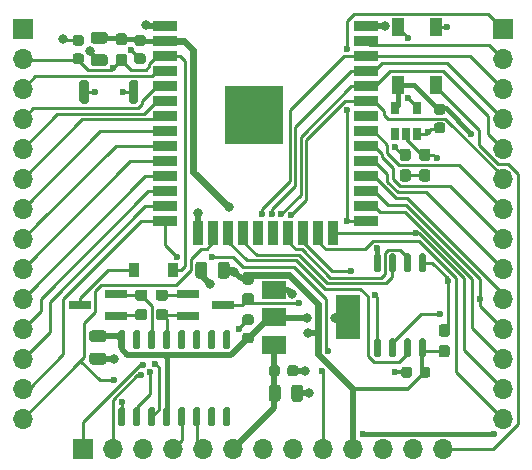
<source format=gbr>
G04 #@! TF.GenerationSoftware,KiCad,Pcbnew,(5.1.8)-1*
G04 #@! TF.CreationDate,2021-08-04T08:43:16+02:00*
G04 #@! TF.ProjectId,SuperPower-uC-KiCad,53757065-7250-46f7-9765-722d75432d4b,rev?*
G04 #@! TF.SameCoordinates,Original*
G04 #@! TF.FileFunction,Copper,L1,Top*
G04 #@! TF.FilePolarity,Positive*
%FSLAX46Y46*%
G04 Gerber Fmt 4.6, Leading zero omitted, Abs format (unit mm)*
G04 Created by KiCad (PCBNEW (5.1.8)-1) date 2021-08-04 08:43:16*
%MOMM*%
%LPD*%
G01*
G04 APERTURE LIST*
G04 #@! TA.AperFunction,SMDPad,CuDef*
%ADD10R,0.650000X1.060000*%
G04 #@! TD*
G04 #@! TA.AperFunction,SMDPad,CuDef*
%ADD11R,1.000000X1.500000*%
G04 #@! TD*
G04 #@! TA.AperFunction,ComponentPad*
%ADD12O,1.700000X1.700000*%
G04 #@! TD*
G04 #@! TA.AperFunction,ComponentPad*
%ADD13R,1.700000X1.700000*%
G04 #@! TD*
G04 #@! TA.AperFunction,SMDPad,CuDef*
%ADD14R,2.000000X0.900000*%
G04 #@! TD*
G04 #@! TA.AperFunction,SMDPad,CuDef*
%ADD15R,0.900000X2.000000*%
G04 #@! TD*
G04 #@! TA.AperFunction,SMDPad,CuDef*
%ADD16R,5.000000X5.000000*%
G04 #@! TD*
G04 #@! TA.AperFunction,SMDPad,CuDef*
%ADD17R,2.000000X1.500000*%
G04 #@! TD*
G04 #@! TA.AperFunction,SMDPad,CuDef*
%ADD18R,2.000000X3.800000*%
G04 #@! TD*
G04 #@! TA.AperFunction,SMDPad,CuDef*
%ADD19R,1.900000X0.800000*%
G04 #@! TD*
G04 #@! TA.AperFunction,SMDPad,CuDef*
%ADD20R,0.900000X1.200000*%
G04 #@! TD*
G04 #@! TA.AperFunction,ViaPad*
%ADD21C,0.600000*%
G04 #@! TD*
G04 #@! TA.AperFunction,ViaPad*
%ADD22C,0.800000*%
G04 #@! TD*
G04 #@! TA.AperFunction,Conductor*
%ADD23C,0.500000*%
G04 #@! TD*
G04 #@! TA.AperFunction,Conductor*
%ADD24C,0.250000*%
G04 #@! TD*
G04 #@! TA.AperFunction,Conductor*
%ADD25C,0.400000*%
G04 #@! TD*
G04 #@! TA.AperFunction,Conductor*
%ADD26C,0.300000*%
G04 #@! TD*
G04 #@! TA.AperFunction,Conductor*
%ADD27C,0.600000*%
G04 #@! TD*
G04 APERTURE END LIST*
G04 #@! TA.AperFunction,SMDPad,CuDef*
G36*
G01*
X161716600Y-110867000D02*
X161716600Y-110367000D01*
G75*
G02*
X161941600Y-110142000I225000J0D01*
G01*
X162391600Y-110142000D01*
G75*
G02*
X162616600Y-110367000I0J-225000D01*
G01*
X162616600Y-110867000D01*
G75*
G02*
X162391600Y-111092000I-225000J0D01*
G01*
X161941600Y-111092000D01*
G75*
G02*
X161716600Y-110867000I0J225000D01*
G01*
G37*
G04 #@! TD.AperFunction*
G04 #@! TA.AperFunction,SMDPad,CuDef*
G36*
G01*
X160166600Y-110867000D02*
X160166600Y-110367000D01*
G75*
G02*
X160391600Y-110142000I225000J0D01*
G01*
X160841600Y-110142000D01*
G75*
G02*
X161066600Y-110367000I0J-225000D01*
G01*
X161066600Y-110867000D01*
G75*
G02*
X160841600Y-111092000I-225000J0D01*
G01*
X160391600Y-111092000D01*
G75*
G02*
X160166600Y-110867000I0J225000D01*
G01*
G37*
G04 #@! TD.AperFunction*
G04 #@! TA.AperFunction,SMDPad,CuDef*
G36*
G01*
X163173600Y-89465000D02*
X163673600Y-89465000D01*
G75*
G02*
X163898600Y-89690000I0J-225000D01*
G01*
X163898600Y-90140000D01*
G75*
G02*
X163673600Y-90365000I-225000J0D01*
G01*
X163173600Y-90365000D01*
G75*
G02*
X162948600Y-90140000I0J225000D01*
G01*
X162948600Y-89690000D01*
G75*
G02*
X163173600Y-89465000I225000J0D01*
G01*
G37*
G04 #@! TD.AperFunction*
G04 #@! TA.AperFunction,SMDPad,CuDef*
G36*
G01*
X163173600Y-87915000D02*
X163673600Y-87915000D01*
G75*
G02*
X163898600Y-88140000I0J-225000D01*
G01*
X163898600Y-88590000D01*
G75*
G02*
X163673600Y-88815000I-225000J0D01*
G01*
X163173600Y-88815000D01*
G75*
G02*
X162948600Y-88590000I0J225000D01*
G01*
X162948600Y-88140000D01*
G75*
G02*
X163173600Y-87915000I225000J0D01*
G01*
G37*
G04 #@! TD.AperFunction*
G04 #@! TA.AperFunction,SMDPad,CuDef*
G36*
G01*
X138299000Y-82973000D02*
X137799000Y-82973000D01*
G75*
G02*
X137574000Y-82748000I0J225000D01*
G01*
X137574000Y-82298000D01*
G75*
G02*
X137799000Y-82073000I225000J0D01*
G01*
X138299000Y-82073000D01*
G75*
G02*
X138524000Y-82298000I0J-225000D01*
G01*
X138524000Y-82748000D01*
G75*
G02*
X138299000Y-82973000I-225000J0D01*
G01*
G37*
G04 #@! TD.AperFunction*
G04 #@! TA.AperFunction,SMDPad,CuDef*
G36*
G01*
X138299000Y-84523000D02*
X137799000Y-84523000D01*
G75*
G02*
X137574000Y-84298000I0J225000D01*
G01*
X137574000Y-83848000D01*
G75*
G02*
X137799000Y-83623000I225000J0D01*
G01*
X138299000Y-83623000D01*
G75*
G02*
X138524000Y-83848000I0J-225000D01*
G01*
X138524000Y-84298000D01*
G75*
G02*
X138299000Y-84523000I-225000J0D01*
G01*
G37*
G04 #@! TD.AperFunction*
G04 #@! TA.AperFunction,SMDPad,CuDef*
G36*
G01*
X133066600Y-82973000D02*
X132566600Y-82973000D01*
G75*
G02*
X132341600Y-82748000I0J225000D01*
G01*
X132341600Y-82298000D01*
G75*
G02*
X132566600Y-82073000I225000J0D01*
G01*
X133066600Y-82073000D01*
G75*
G02*
X133291600Y-82298000I0J-225000D01*
G01*
X133291600Y-82748000D01*
G75*
G02*
X133066600Y-82973000I-225000J0D01*
G01*
G37*
G04 #@! TD.AperFunction*
G04 #@! TA.AperFunction,SMDPad,CuDef*
G36*
G01*
X133066600Y-84523000D02*
X132566600Y-84523000D01*
G75*
G02*
X132341600Y-84298000I0J225000D01*
G01*
X132341600Y-83848000D01*
G75*
G02*
X132566600Y-83623000I225000J0D01*
G01*
X133066600Y-83623000D01*
G75*
G02*
X133291600Y-83848000I0J-225000D01*
G01*
X133291600Y-84298000D01*
G75*
G02*
X133066600Y-84523000I-225000J0D01*
G01*
G37*
G04 #@! TD.AperFunction*
G04 #@! TA.AperFunction,SMDPad,CuDef*
G36*
G01*
X150527600Y-110740000D02*
X150527600Y-110240000D01*
G75*
G02*
X150752600Y-110015000I225000J0D01*
G01*
X151202600Y-110015000D01*
G75*
G02*
X151427600Y-110240000I0J-225000D01*
G01*
X151427600Y-110740000D01*
G75*
G02*
X151202600Y-110965000I-225000J0D01*
G01*
X150752600Y-110965000D01*
G75*
G02*
X150527600Y-110740000I0J225000D01*
G01*
G37*
G04 #@! TD.AperFunction*
G04 #@! TA.AperFunction,SMDPad,CuDef*
G36*
G01*
X148977600Y-110740000D02*
X148977600Y-110240000D01*
G75*
G02*
X149202600Y-110015000I225000J0D01*
G01*
X149652600Y-110015000D01*
G75*
G02*
X149877600Y-110240000I0J-225000D01*
G01*
X149877600Y-110740000D01*
G75*
G02*
X149652600Y-110965000I-225000J0D01*
G01*
X149202600Y-110965000D01*
G75*
G02*
X148977600Y-110740000I0J225000D01*
G01*
G37*
G04 #@! TD.AperFunction*
G04 #@! TA.AperFunction,SMDPad,CuDef*
G36*
G01*
X146943000Y-107273000D02*
X147443000Y-107273000D01*
G75*
G02*
X147668000Y-107498000I0J-225000D01*
G01*
X147668000Y-107948000D01*
G75*
G02*
X147443000Y-108173000I-225000J0D01*
G01*
X146943000Y-108173000D01*
G75*
G02*
X146718000Y-107948000I0J225000D01*
G01*
X146718000Y-107498000D01*
G75*
G02*
X146943000Y-107273000I225000J0D01*
G01*
G37*
G04 #@! TD.AperFunction*
G04 #@! TA.AperFunction,SMDPad,CuDef*
G36*
G01*
X146943000Y-105723000D02*
X147443000Y-105723000D01*
G75*
G02*
X147668000Y-105948000I0J-225000D01*
G01*
X147668000Y-106398000D01*
G75*
G02*
X147443000Y-106623000I-225000J0D01*
G01*
X146943000Y-106623000D01*
G75*
G02*
X146718000Y-106398000I0J225000D01*
G01*
X146718000Y-105948000D01*
G75*
G02*
X146943000Y-105723000I225000J0D01*
G01*
G37*
G04 #@! TD.AperFunction*
G04 #@! TA.AperFunction,SMDPad,CuDef*
G36*
G01*
X150853600Y-112870000D02*
X150853600Y-111920000D01*
G75*
G02*
X151103600Y-111670000I250000J0D01*
G01*
X151603600Y-111670000D01*
G75*
G02*
X151853600Y-111920000I0J-250000D01*
G01*
X151853600Y-112870000D01*
G75*
G02*
X151603600Y-113120000I-250000J0D01*
G01*
X151103600Y-113120000D01*
G75*
G02*
X150853600Y-112870000I0J250000D01*
G01*
G37*
G04 #@! TD.AperFunction*
G04 #@! TA.AperFunction,SMDPad,CuDef*
G36*
G01*
X148953600Y-112870000D02*
X148953600Y-111920000D01*
G75*
G02*
X149203600Y-111670000I250000J0D01*
G01*
X149703600Y-111670000D01*
G75*
G02*
X149953600Y-111920000I0J-250000D01*
G01*
X149953600Y-112870000D01*
G75*
G02*
X149703600Y-113120000I-250000J0D01*
G01*
X149203600Y-113120000D01*
G75*
G02*
X148953600Y-112870000I0J250000D01*
G01*
G37*
G04 #@! TD.AperFunction*
G04 #@! TA.AperFunction,SMDPad,CuDef*
G36*
G01*
X144630600Y-102456000D02*
X144630600Y-101506000D01*
G75*
G02*
X144880600Y-101256000I250000J0D01*
G01*
X145380600Y-101256000D01*
G75*
G02*
X145630600Y-101506000I0J-250000D01*
G01*
X145630600Y-102456000D01*
G75*
G02*
X145380600Y-102706000I-250000J0D01*
G01*
X144880600Y-102706000D01*
G75*
G02*
X144630600Y-102456000I0J250000D01*
G01*
G37*
G04 #@! TD.AperFunction*
G04 #@! TA.AperFunction,SMDPad,CuDef*
G36*
G01*
X142730600Y-102456000D02*
X142730600Y-101506000D01*
G75*
G02*
X142980600Y-101256000I250000J0D01*
G01*
X143480600Y-101256000D01*
G75*
G02*
X143730600Y-101506000I0J-250000D01*
G01*
X143730600Y-102456000D01*
G75*
G02*
X143480600Y-102706000I-250000J0D01*
G01*
X142980600Y-102706000D01*
G75*
G02*
X142730600Y-102456000I0J250000D01*
G01*
G37*
G04 #@! TD.AperFunction*
D10*
X159618600Y-88265000D03*
X161518600Y-88265000D03*
X161518600Y-90465000D03*
X160568600Y-90465000D03*
X159618600Y-90465000D03*
D11*
X159867600Y-86307000D03*
X163067600Y-86307000D03*
X159867600Y-81407000D03*
X163067600Y-81407000D03*
G04 #@! TA.AperFunction,SMDPad,CuDef*
G36*
G01*
X135069600Y-82796000D02*
X134119600Y-82796000D01*
G75*
G02*
X133869600Y-82546000I0J250000D01*
G01*
X133869600Y-82046000D01*
G75*
G02*
X134119600Y-81796000I250000J0D01*
G01*
X135069600Y-81796000D01*
G75*
G02*
X135319600Y-82046000I0J-250000D01*
G01*
X135319600Y-82546000D01*
G75*
G02*
X135069600Y-82796000I-250000J0D01*
G01*
G37*
G04 #@! TD.AperFunction*
G04 #@! TA.AperFunction,SMDPad,CuDef*
G36*
G01*
X135069600Y-84696000D02*
X134119600Y-84696000D01*
G75*
G02*
X133869600Y-84446000I0J250000D01*
G01*
X133869600Y-83946000D01*
G75*
G02*
X134119600Y-83696000I250000J0D01*
G01*
X135069600Y-83696000D01*
G75*
G02*
X135319600Y-83946000I0J-250000D01*
G01*
X135319600Y-84446000D01*
G75*
G02*
X135069600Y-84696000I-250000J0D01*
G01*
G37*
G04 #@! TD.AperFunction*
G04 #@! TA.AperFunction,SMDPad,CuDef*
G36*
G01*
X134942600Y-108069000D02*
X133992600Y-108069000D01*
G75*
G02*
X133742600Y-107819000I0J250000D01*
G01*
X133742600Y-107319000D01*
G75*
G02*
X133992600Y-107069000I250000J0D01*
G01*
X134942600Y-107069000D01*
G75*
G02*
X135192600Y-107319000I0J-250000D01*
G01*
X135192600Y-107819000D01*
G75*
G02*
X134942600Y-108069000I-250000J0D01*
G01*
G37*
G04 #@! TD.AperFunction*
G04 #@! TA.AperFunction,SMDPad,CuDef*
G36*
G01*
X134942600Y-109969000D02*
X133992600Y-109969000D01*
G75*
G02*
X133742600Y-109719000I0J250000D01*
G01*
X133742600Y-109219000D01*
G75*
G02*
X133992600Y-108969000I250000J0D01*
G01*
X134942600Y-108969000D01*
G75*
G02*
X135192600Y-109219000I0J-250000D01*
G01*
X135192600Y-109719000D01*
G75*
G02*
X134942600Y-109969000I-250000J0D01*
G01*
G37*
G04 #@! TD.AperFunction*
G04 #@! TA.AperFunction,SMDPad,CuDef*
G36*
G01*
X160740100Y-92727000D02*
X160265100Y-92727000D01*
G75*
G02*
X160027600Y-92489500I0J237500D01*
G01*
X160027600Y-91914500D01*
G75*
G02*
X160265100Y-91677000I237500J0D01*
G01*
X160740100Y-91677000D01*
G75*
G02*
X160977600Y-91914500I0J-237500D01*
G01*
X160977600Y-92489500D01*
G75*
G02*
X160740100Y-92727000I-237500J0D01*
G01*
G37*
G04 #@! TD.AperFunction*
G04 #@! TA.AperFunction,SMDPad,CuDef*
G36*
G01*
X160740100Y-94477000D02*
X160265100Y-94477000D01*
G75*
G02*
X160027600Y-94239500I0J237500D01*
G01*
X160027600Y-93664500D01*
G75*
G02*
X160265100Y-93427000I237500J0D01*
G01*
X160740100Y-93427000D01*
G75*
G02*
X160977600Y-93664500I0J-237500D01*
G01*
X160977600Y-94239500D01*
G75*
G02*
X160740100Y-94477000I-237500J0D01*
G01*
G37*
G04 #@! TD.AperFunction*
G04 #@! TA.AperFunction,SMDPad,CuDef*
G36*
G01*
X162391100Y-92727000D02*
X161916100Y-92727000D01*
G75*
G02*
X161678600Y-92489500I0J237500D01*
G01*
X161678600Y-91914500D01*
G75*
G02*
X161916100Y-91677000I237500J0D01*
G01*
X162391100Y-91677000D01*
G75*
G02*
X162628600Y-91914500I0J-237500D01*
G01*
X162628600Y-92489500D01*
G75*
G02*
X162391100Y-92727000I-237500J0D01*
G01*
G37*
G04 #@! TD.AperFunction*
G04 #@! TA.AperFunction,SMDPad,CuDef*
G36*
G01*
X162391100Y-94477000D02*
X161916100Y-94477000D01*
G75*
G02*
X161678600Y-94239500I0J237500D01*
G01*
X161678600Y-93664500D01*
G75*
G02*
X161916100Y-93427000I237500J0D01*
G01*
X162391100Y-93427000D01*
G75*
G02*
X162628600Y-93664500I0J-237500D01*
G01*
X162628600Y-94239500D01*
G75*
G02*
X162391100Y-94477000I-237500J0D01*
G01*
G37*
G04 #@! TD.AperFunction*
D12*
X163677600Y-117094000D03*
X161137600Y-117094000D03*
X158597600Y-117094000D03*
X156057600Y-117094000D03*
X153517600Y-117094000D03*
X150977600Y-117094000D03*
X148437600Y-117094000D03*
X145897600Y-117094000D03*
X143357600Y-117094000D03*
X140817600Y-117094000D03*
X138277600Y-117094000D03*
X135737600Y-117094000D03*
D13*
X133197600Y-117094000D03*
G04 #@! TA.AperFunction,SMDPad,CuDef*
G36*
G01*
X161800400Y-107759600D02*
X162100400Y-107759600D01*
G75*
G02*
X162250400Y-107909600I0J-150000D01*
G01*
X162250400Y-109209600D01*
G75*
G02*
X162100400Y-109359600I-150000J0D01*
G01*
X161800400Y-109359600D01*
G75*
G02*
X161650400Y-109209600I0J150000D01*
G01*
X161650400Y-107909600D01*
G75*
G02*
X161800400Y-107759600I150000J0D01*
G01*
G37*
G04 #@! TD.AperFunction*
G04 #@! TA.AperFunction,SMDPad,CuDef*
G36*
G01*
X160530400Y-107759600D02*
X160830400Y-107759600D01*
G75*
G02*
X160980400Y-107909600I0J-150000D01*
G01*
X160980400Y-109209600D01*
G75*
G02*
X160830400Y-109359600I-150000J0D01*
G01*
X160530400Y-109359600D01*
G75*
G02*
X160380400Y-109209600I0J150000D01*
G01*
X160380400Y-107909600D01*
G75*
G02*
X160530400Y-107759600I150000J0D01*
G01*
G37*
G04 #@! TD.AperFunction*
G04 #@! TA.AperFunction,SMDPad,CuDef*
G36*
G01*
X159260400Y-107759600D02*
X159560400Y-107759600D01*
G75*
G02*
X159710400Y-107909600I0J-150000D01*
G01*
X159710400Y-109209600D01*
G75*
G02*
X159560400Y-109359600I-150000J0D01*
G01*
X159260400Y-109359600D01*
G75*
G02*
X159110400Y-109209600I0J150000D01*
G01*
X159110400Y-107909600D01*
G75*
G02*
X159260400Y-107759600I150000J0D01*
G01*
G37*
G04 #@! TD.AperFunction*
G04 #@! TA.AperFunction,SMDPad,CuDef*
G36*
G01*
X157990400Y-107759600D02*
X158290400Y-107759600D01*
G75*
G02*
X158440400Y-107909600I0J-150000D01*
G01*
X158440400Y-109209600D01*
G75*
G02*
X158290400Y-109359600I-150000J0D01*
G01*
X157990400Y-109359600D01*
G75*
G02*
X157840400Y-109209600I0J150000D01*
G01*
X157840400Y-107909600D01*
G75*
G02*
X157990400Y-107759600I150000J0D01*
G01*
G37*
G04 #@! TD.AperFunction*
G04 #@! TA.AperFunction,SMDPad,CuDef*
G36*
G01*
X157990400Y-100559600D02*
X158290400Y-100559600D01*
G75*
G02*
X158440400Y-100709600I0J-150000D01*
G01*
X158440400Y-102009600D01*
G75*
G02*
X158290400Y-102159600I-150000J0D01*
G01*
X157990400Y-102159600D01*
G75*
G02*
X157840400Y-102009600I0J150000D01*
G01*
X157840400Y-100709600D01*
G75*
G02*
X157990400Y-100559600I150000J0D01*
G01*
G37*
G04 #@! TD.AperFunction*
G04 #@! TA.AperFunction,SMDPad,CuDef*
G36*
G01*
X159260400Y-100559600D02*
X159560400Y-100559600D01*
G75*
G02*
X159710400Y-100709600I0J-150000D01*
G01*
X159710400Y-102009600D01*
G75*
G02*
X159560400Y-102159600I-150000J0D01*
G01*
X159260400Y-102159600D01*
G75*
G02*
X159110400Y-102009600I0J150000D01*
G01*
X159110400Y-100709600D01*
G75*
G02*
X159260400Y-100559600I150000J0D01*
G01*
G37*
G04 #@! TD.AperFunction*
G04 #@! TA.AperFunction,SMDPad,CuDef*
G36*
G01*
X160530400Y-100559600D02*
X160830400Y-100559600D01*
G75*
G02*
X160980400Y-100709600I0J-150000D01*
G01*
X160980400Y-102009600D01*
G75*
G02*
X160830400Y-102159600I-150000J0D01*
G01*
X160530400Y-102159600D01*
G75*
G02*
X160380400Y-102009600I0J150000D01*
G01*
X160380400Y-100709600D01*
G75*
G02*
X160530400Y-100559600I150000J0D01*
G01*
G37*
G04 #@! TD.AperFunction*
G04 #@! TA.AperFunction,SMDPad,CuDef*
G36*
G01*
X161800400Y-100559600D02*
X162100400Y-100559600D01*
G75*
G02*
X162250400Y-100709600I0J-150000D01*
G01*
X162250400Y-102009600D01*
G75*
G02*
X162100400Y-102159600I-150000J0D01*
G01*
X161800400Y-102159600D01*
G75*
G02*
X161650400Y-102009600I0J150000D01*
G01*
X161650400Y-100709600D01*
G75*
G02*
X161800400Y-100559600I150000J0D01*
G01*
G37*
G04 #@! TD.AperFunction*
D14*
X157182600Y-81305400D03*
X157182600Y-82575400D03*
X157182600Y-83845400D03*
X157182600Y-85115400D03*
X157182600Y-86385400D03*
X157182600Y-87655400D03*
X157182600Y-88925400D03*
X157182600Y-90195400D03*
X157182600Y-91465400D03*
X157182600Y-92735400D03*
X157182600Y-94005400D03*
X157182600Y-95275400D03*
X157182600Y-96545400D03*
X157182600Y-97815400D03*
D15*
X154397600Y-98815400D03*
X153127600Y-98815400D03*
X151857600Y-98815400D03*
X150587600Y-98815400D03*
X149317600Y-98815400D03*
X148047600Y-98815400D03*
X146777600Y-98815400D03*
X145507600Y-98815400D03*
X144237600Y-98815400D03*
X142967600Y-98815400D03*
D14*
X140182600Y-97815400D03*
X140182600Y-96545400D03*
X140182600Y-95275400D03*
X140182600Y-94005400D03*
X140182600Y-92735400D03*
X140182600Y-91465400D03*
X140182600Y-90195400D03*
X140182600Y-88925400D03*
X140182600Y-87655400D03*
X140182600Y-86385400D03*
X140182600Y-85115400D03*
X140182600Y-83845400D03*
X140182600Y-82575400D03*
X140182600Y-81305400D03*
D16*
X147682600Y-88805400D03*
G04 #@! TA.AperFunction,SMDPad,CuDef*
G36*
G01*
X164042100Y-107614000D02*
X163567100Y-107614000D01*
G75*
G02*
X163329600Y-107376500I0J237500D01*
G01*
X163329600Y-106801500D01*
G75*
G02*
X163567100Y-106564000I237500J0D01*
G01*
X164042100Y-106564000D01*
G75*
G02*
X164279600Y-106801500I0J-237500D01*
G01*
X164279600Y-107376500D01*
G75*
G02*
X164042100Y-107614000I-237500J0D01*
G01*
G37*
G04 #@! TD.AperFunction*
G04 #@! TA.AperFunction,SMDPad,CuDef*
G36*
G01*
X164042100Y-109364000D02*
X163567100Y-109364000D01*
G75*
G02*
X163329600Y-109126500I0J237500D01*
G01*
X163329600Y-108551500D01*
G75*
G02*
X163567100Y-108314000I237500J0D01*
G01*
X164042100Y-108314000D01*
G75*
G02*
X164279600Y-108551500I0J-237500D01*
G01*
X164279600Y-109126500D01*
G75*
G02*
X164042100Y-109364000I-237500J0D01*
G01*
G37*
G04 #@! TD.AperFunction*
G04 #@! TA.AperFunction,SMDPad,CuDef*
G36*
G01*
X132915600Y-87668000D02*
X132915600Y-86068000D01*
G75*
G02*
X133115600Y-85868000I200000J0D01*
G01*
X133515600Y-85868000D01*
G75*
G02*
X133715600Y-86068000I0J-200000D01*
G01*
X133715600Y-87668000D01*
G75*
G02*
X133515600Y-87868000I-200000J0D01*
G01*
X133115600Y-87868000D01*
G75*
G02*
X132915600Y-87668000I0J200000D01*
G01*
G37*
G04 #@! TD.AperFunction*
G04 #@! TA.AperFunction,SMDPad,CuDef*
G36*
G01*
X137115600Y-87668000D02*
X137115600Y-86068000D01*
G75*
G02*
X137315600Y-85868000I200000J0D01*
G01*
X137715600Y-85868000D01*
G75*
G02*
X137915600Y-86068000I0J-200000D01*
G01*
X137915600Y-87668000D01*
G75*
G02*
X137715600Y-87868000I-200000J0D01*
G01*
X137315600Y-87868000D01*
G75*
G02*
X137115600Y-87668000I0J200000D01*
G01*
G37*
G04 #@! TD.AperFunction*
D12*
X128117600Y-114554000D03*
X128117600Y-112014000D03*
X128117600Y-109474000D03*
X128117600Y-106934000D03*
X128117600Y-104394000D03*
X128117600Y-101854000D03*
X128117600Y-99314000D03*
X128117600Y-96774000D03*
X128117600Y-94234000D03*
X128117600Y-91694000D03*
X128117600Y-89154000D03*
X128117600Y-86614000D03*
X128117600Y-84074000D03*
D13*
X128117600Y-81534000D03*
D12*
X168757600Y-114554000D03*
X168757600Y-112014000D03*
X168757600Y-109474000D03*
X168757600Y-106934000D03*
X168757600Y-104394000D03*
X168757600Y-101854000D03*
X168757600Y-99314000D03*
X168757600Y-96774000D03*
X168757600Y-94234000D03*
X168757600Y-91694000D03*
X168757600Y-89154000D03*
X168757600Y-86614000D03*
X168757600Y-84074000D03*
D13*
X168757600Y-81534000D03*
D17*
X149377400Y-103680200D03*
X149377400Y-108280200D03*
X149377400Y-105980200D03*
D18*
X155677400Y-105980200D03*
G04 #@! TA.AperFunction,SMDPad,CuDef*
G36*
G01*
X136649600Y-108676200D02*
X136349600Y-108676200D01*
G75*
G02*
X136199600Y-108526200I0J150000D01*
G01*
X136199600Y-107226200D01*
G75*
G02*
X136349600Y-107076200I150000J0D01*
G01*
X136649600Y-107076200D01*
G75*
G02*
X136799600Y-107226200I0J-150000D01*
G01*
X136799600Y-108526200D01*
G75*
G02*
X136649600Y-108676200I-150000J0D01*
G01*
G37*
G04 #@! TD.AperFunction*
G04 #@! TA.AperFunction,SMDPad,CuDef*
G36*
G01*
X137919600Y-108676200D02*
X137619600Y-108676200D01*
G75*
G02*
X137469600Y-108526200I0J150000D01*
G01*
X137469600Y-107226200D01*
G75*
G02*
X137619600Y-107076200I150000J0D01*
G01*
X137919600Y-107076200D01*
G75*
G02*
X138069600Y-107226200I0J-150000D01*
G01*
X138069600Y-108526200D01*
G75*
G02*
X137919600Y-108676200I-150000J0D01*
G01*
G37*
G04 #@! TD.AperFunction*
G04 #@! TA.AperFunction,SMDPad,CuDef*
G36*
G01*
X139189600Y-108676200D02*
X138889600Y-108676200D01*
G75*
G02*
X138739600Y-108526200I0J150000D01*
G01*
X138739600Y-107226200D01*
G75*
G02*
X138889600Y-107076200I150000J0D01*
G01*
X139189600Y-107076200D01*
G75*
G02*
X139339600Y-107226200I0J-150000D01*
G01*
X139339600Y-108526200D01*
G75*
G02*
X139189600Y-108676200I-150000J0D01*
G01*
G37*
G04 #@! TD.AperFunction*
G04 #@! TA.AperFunction,SMDPad,CuDef*
G36*
G01*
X140459600Y-108676200D02*
X140159600Y-108676200D01*
G75*
G02*
X140009600Y-108526200I0J150000D01*
G01*
X140009600Y-107226200D01*
G75*
G02*
X140159600Y-107076200I150000J0D01*
G01*
X140459600Y-107076200D01*
G75*
G02*
X140609600Y-107226200I0J-150000D01*
G01*
X140609600Y-108526200D01*
G75*
G02*
X140459600Y-108676200I-150000J0D01*
G01*
G37*
G04 #@! TD.AperFunction*
G04 #@! TA.AperFunction,SMDPad,CuDef*
G36*
G01*
X141729600Y-108676200D02*
X141429600Y-108676200D01*
G75*
G02*
X141279600Y-108526200I0J150000D01*
G01*
X141279600Y-107226200D01*
G75*
G02*
X141429600Y-107076200I150000J0D01*
G01*
X141729600Y-107076200D01*
G75*
G02*
X141879600Y-107226200I0J-150000D01*
G01*
X141879600Y-108526200D01*
G75*
G02*
X141729600Y-108676200I-150000J0D01*
G01*
G37*
G04 #@! TD.AperFunction*
G04 #@! TA.AperFunction,SMDPad,CuDef*
G36*
G01*
X142999600Y-108676200D02*
X142699600Y-108676200D01*
G75*
G02*
X142549600Y-108526200I0J150000D01*
G01*
X142549600Y-107226200D01*
G75*
G02*
X142699600Y-107076200I150000J0D01*
G01*
X142999600Y-107076200D01*
G75*
G02*
X143149600Y-107226200I0J-150000D01*
G01*
X143149600Y-108526200D01*
G75*
G02*
X142999600Y-108676200I-150000J0D01*
G01*
G37*
G04 #@! TD.AperFunction*
G04 #@! TA.AperFunction,SMDPad,CuDef*
G36*
G01*
X144269600Y-108676200D02*
X143969600Y-108676200D01*
G75*
G02*
X143819600Y-108526200I0J150000D01*
G01*
X143819600Y-107226200D01*
G75*
G02*
X143969600Y-107076200I150000J0D01*
G01*
X144269600Y-107076200D01*
G75*
G02*
X144419600Y-107226200I0J-150000D01*
G01*
X144419600Y-108526200D01*
G75*
G02*
X144269600Y-108676200I-150000J0D01*
G01*
G37*
G04 #@! TD.AperFunction*
G04 #@! TA.AperFunction,SMDPad,CuDef*
G36*
G01*
X145539600Y-108676200D02*
X145239600Y-108676200D01*
G75*
G02*
X145089600Y-108526200I0J150000D01*
G01*
X145089600Y-107226200D01*
G75*
G02*
X145239600Y-107076200I150000J0D01*
G01*
X145539600Y-107076200D01*
G75*
G02*
X145689600Y-107226200I0J-150000D01*
G01*
X145689600Y-108526200D01*
G75*
G02*
X145539600Y-108676200I-150000J0D01*
G01*
G37*
G04 #@! TD.AperFunction*
G04 #@! TA.AperFunction,SMDPad,CuDef*
G36*
G01*
X145539600Y-115176200D02*
X145239600Y-115176200D01*
G75*
G02*
X145089600Y-115026200I0J150000D01*
G01*
X145089600Y-113726200D01*
G75*
G02*
X145239600Y-113576200I150000J0D01*
G01*
X145539600Y-113576200D01*
G75*
G02*
X145689600Y-113726200I0J-150000D01*
G01*
X145689600Y-115026200D01*
G75*
G02*
X145539600Y-115176200I-150000J0D01*
G01*
G37*
G04 #@! TD.AperFunction*
G04 #@! TA.AperFunction,SMDPad,CuDef*
G36*
G01*
X144269600Y-115176200D02*
X143969600Y-115176200D01*
G75*
G02*
X143819600Y-115026200I0J150000D01*
G01*
X143819600Y-113726200D01*
G75*
G02*
X143969600Y-113576200I150000J0D01*
G01*
X144269600Y-113576200D01*
G75*
G02*
X144419600Y-113726200I0J-150000D01*
G01*
X144419600Y-115026200D01*
G75*
G02*
X144269600Y-115176200I-150000J0D01*
G01*
G37*
G04 #@! TD.AperFunction*
G04 #@! TA.AperFunction,SMDPad,CuDef*
G36*
G01*
X142999600Y-115176200D02*
X142699600Y-115176200D01*
G75*
G02*
X142549600Y-115026200I0J150000D01*
G01*
X142549600Y-113726200D01*
G75*
G02*
X142699600Y-113576200I150000J0D01*
G01*
X142999600Y-113576200D01*
G75*
G02*
X143149600Y-113726200I0J-150000D01*
G01*
X143149600Y-115026200D01*
G75*
G02*
X142999600Y-115176200I-150000J0D01*
G01*
G37*
G04 #@! TD.AperFunction*
G04 #@! TA.AperFunction,SMDPad,CuDef*
G36*
G01*
X141729600Y-115176200D02*
X141429600Y-115176200D01*
G75*
G02*
X141279600Y-115026200I0J150000D01*
G01*
X141279600Y-113726200D01*
G75*
G02*
X141429600Y-113576200I150000J0D01*
G01*
X141729600Y-113576200D01*
G75*
G02*
X141879600Y-113726200I0J-150000D01*
G01*
X141879600Y-115026200D01*
G75*
G02*
X141729600Y-115176200I-150000J0D01*
G01*
G37*
G04 #@! TD.AperFunction*
G04 #@! TA.AperFunction,SMDPad,CuDef*
G36*
G01*
X140459600Y-115176200D02*
X140159600Y-115176200D01*
G75*
G02*
X140009600Y-115026200I0J150000D01*
G01*
X140009600Y-113726200D01*
G75*
G02*
X140159600Y-113576200I150000J0D01*
G01*
X140459600Y-113576200D01*
G75*
G02*
X140609600Y-113726200I0J-150000D01*
G01*
X140609600Y-115026200D01*
G75*
G02*
X140459600Y-115176200I-150000J0D01*
G01*
G37*
G04 #@! TD.AperFunction*
G04 #@! TA.AperFunction,SMDPad,CuDef*
G36*
G01*
X139189600Y-115176200D02*
X138889600Y-115176200D01*
G75*
G02*
X138739600Y-115026200I0J150000D01*
G01*
X138739600Y-113726200D01*
G75*
G02*
X138889600Y-113576200I150000J0D01*
G01*
X139189600Y-113576200D01*
G75*
G02*
X139339600Y-113726200I0J-150000D01*
G01*
X139339600Y-115026200D01*
G75*
G02*
X139189600Y-115176200I-150000J0D01*
G01*
G37*
G04 #@! TD.AperFunction*
G04 #@! TA.AperFunction,SMDPad,CuDef*
G36*
G01*
X137919600Y-115176200D02*
X137619600Y-115176200D01*
G75*
G02*
X137469600Y-115026200I0J150000D01*
G01*
X137469600Y-113726200D01*
G75*
G02*
X137619600Y-113576200I150000J0D01*
G01*
X137919600Y-113576200D01*
G75*
G02*
X138069600Y-113726200I0J-150000D01*
G01*
X138069600Y-115026200D01*
G75*
G02*
X137919600Y-115176200I-150000J0D01*
G01*
G37*
G04 #@! TD.AperFunction*
G04 #@! TA.AperFunction,SMDPad,CuDef*
G36*
G01*
X136649600Y-115176200D02*
X136349600Y-115176200D01*
G75*
G02*
X136199600Y-115026200I0J150000D01*
G01*
X136199600Y-113726200D01*
G75*
G02*
X136349600Y-113576200I150000J0D01*
G01*
X136649600Y-113576200D01*
G75*
G02*
X136799600Y-113726200I0J-150000D01*
G01*
X136799600Y-115026200D01*
G75*
G02*
X136649600Y-115176200I-150000J0D01*
G01*
G37*
G04 #@! TD.AperFunction*
G04 #@! TA.AperFunction,SMDPad,CuDef*
G36*
G01*
X146955500Y-103894400D02*
X147430500Y-103894400D01*
G75*
G02*
X147668000Y-104131900I0J-237500D01*
G01*
X147668000Y-104706900D01*
G75*
G02*
X147430500Y-104944400I-237500J0D01*
G01*
X146955500Y-104944400D01*
G75*
G02*
X146718000Y-104706900I0J237500D01*
G01*
X146718000Y-104131900D01*
G75*
G02*
X146955500Y-103894400I237500J0D01*
G01*
G37*
G04 #@! TD.AperFunction*
G04 #@! TA.AperFunction,SMDPad,CuDef*
G36*
G01*
X146955500Y-102144400D02*
X147430500Y-102144400D01*
G75*
G02*
X147668000Y-102381900I0J-237500D01*
G01*
X147668000Y-102956900D01*
G75*
G02*
X147430500Y-103194400I-237500J0D01*
G01*
X146955500Y-103194400D01*
G75*
G02*
X146718000Y-102956900I0J237500D01*
G01*
X146718000Y-102381900D01*
G75*
G02*
X146955500Y-102144400I237500J0D01*
G01*
G37*
G04 #@! TD.AperFunction*
G04 #@! TA.AperFunction,SMDPad,CuDef*
G36*
G01*
X136236700Y-83648000D02*
X136711700Y-83648000D01*
G75*
G02*
X136949200Y-83885500I0J-237500D01*
G01*
X136949200Y-84460500D01*
G75*
G02*
X136711700Y-84698000I-237500J0D01*
G01*
X136236700Y-84698000D01*
G75*
G02*
X135999200Y-84460500I0J237500D01*
G01*
X135999200Y-83885500D01*
G75*
G02*
X136236700Y-83648000I237500J0D01*
G01*
G37*
G04 #@! TD.AperFunction*
G04 #@! TA.AperFunction,SMDPad,CuDef*
G36*
G01*
X136236700Y-81898000D02*
X136711700Y-81898000D01*
G75*
G02*
X136949200Y-82135500I0J-237500D01*
G01*
X136949200Y-82710500D01*
G75*
G02*
X136711700Y-82948000I-237500J0D01*
G01*
X136236700Y-82948000D01*
G75*
G02*
X135999200Y-82710500I0J237500D01*
G01*
X135999200Y-82135500D01*
G75*
G02*
X136236700Y-81898000I237500J0D01*
G01*
G37*
G04 #@! TD.AperFunction*
G04 #@! TA.AperFunction,SMDPad,CuDef*
G36*
G01*
X139375600Y-105977700D02*
X139375600Y-105502700D01*
G75*
G02*
X139613100Y-105265200I237500J0D01*
G01*
X140188100Y-105265200D01*
G75*
G02*
X140425600Y-105502700I0J-237500D01*
G01*
X140425600Y-105977700D01*
G75*
G02*
X140188100Y-106215200I-237500J0D01*
G01*
X139613100Y-106215200D01*
G75*
G02*
X139375600Y-105977700I0J237500D01*
G01*
G37*
G04 #@! TD.AperFunction*
G04 #@! TA.AperFunction,SMDPad,CuDef*
G36*
G01*
X137625600Y-105977700D02*
X137625600Y-105502700D01*
G75*
G02*
X137863100Y-105265200I237500J0D01*
G01*
X138438100Y-105265200D01*
G75*
G02*
X138675600Y-105502700I0J-237500D01*
G01*
X138675600Y-105977700D01*
G75*
G02*
X138438100Y-106215200I-237500J0D01*
G01*
X137863100Y-106215200D01*
G75*
G02*
X137625600Y-105977700I0J237500D01*
G01*
G37*
G04 #@! TD.AperFunction*
G04 #@! TA.AperFunction,SMDPad,CuDef*
G36*
G01*
X138675600Y-103851700D02*
X138675600Y-104326700D01*
G75*
G02*
X138438100Y-104564200I-237500J0D01*
G01*
X137863100Y-104564200D01*
G75*
G02*
X137625600Y-104326700I0J237500D01*
G01*
X137625600Y-103851700D01*
G75*
G02*
X137863100Y-103614200I237500J0D01*
G01*
X138438100Y-103614200D01*
G75*
G02*
X138675600Y-103851700I0J-237500D01*
G01*
G37*
G04 #@! TD.AperFunction*
G04 #@! TA.AperFunction,SMDPad,CuDef*
G36*
G01*
X140425600Y-103851700D02*
X140425600Y-104326700D01*
G75*
G02*
X140188100Y-104564200I-237500J0D01*
G01*
X139613100Y-104564200D01*
G75*
G02*
X139375600Y-104326700I0J237500D01*
G01*
X139375600Y-103851700D01*
G75*
G02*
X139613100Y-103614200I237500J0D01*
G01*
X140188100Y-103614200D01*
G75*
G02*
X140425600Y-103851700I0J-237500D01*
G01*
G37*
G04 #@! TD.AperFunction*
D19*
X132991600Y-104912200D03*
X135991600Y-103962200D03*
X135991600Y-105862200D03*
X145087600Y-104912200D03*
X142087600Y-105862200D03*
X142087600Y-103962200D03*
D20*
X140817600Y-101930200D03*
X137517600Y-101930200D03*
D21*
X145669000Y-86791800D03*
X145669000Y-87807800D03*
X145669000Y-88823800D03*
X145669000Y-89839800D03*
X145669000Y-90855800D03*
X146685000Y-90855800D03*
X147701000Y-90855800D03*
X148717000Y-90855800D03*
X149733000Y-90855800D03*
X149733000Y-89839800D03*
X149733000Y-88823800D03*
X149733000Y-87807800D03*
X149733000Y-86791800D03*
X148717000Y-86791800D03*
X147701000Y-86791800D03*
X146685000Y-86791800D03*
X146685000Y-87807800D03*
X146685000Y-88823800D03*
X146685000Y-89839800D03*
X147701000Y-89839800D03*
X148717000Y-89839800D03*
X148717000Y-88823800D03*
X148717000Y-87807800D03*
X147701000Y-87807800D03*
X147701000Y-88823800D03*
D22*
X138557000Y-81203800D03*
X158750000Y-81330800D03*
D21*
X146405594Y-106934000D03*
D22*
X150942214Y-104022988D03*
D21*
X158140400Y-100135021D03*
D22*
X131546600Y-82423000D03*
X133832600Y-83439000D03*
X135864600Y-109474000D03*
D21*
X137261611Y-83311989D03*
X136626600Y-86868000D03*
X136499600Y-113106200D03*
X164058600Y-81407000D03*
X162407600Y-90297000D03*
X159613600Y-91567000D03*
D22*
X142976600Y-97155000D03*
X143992600Y-103124000D03*
X151993600Y-110490000D03*
X152374600Y-112395000D03*
D21*
X159613600Y-110617000D03*
X166795643Y-104457500D03*
X164122100Y-102933500D03*
X163487100Y-105727500D03*
X155559742Y-88402142D03*
X155575000Y-83220400D03*
X151480005Y-104755195D03*
X155559753Y-97790004D03*
X134213600Y-86868000D03*
X135737600Y-84836000D03*
X163169600Y-92476990D03*
X161433898Y-98846002D03*
X138889543Y-110564435D03*
X150012839Y-97259210D03*
X139347065Y-109908163D03*
X149189490Y-97246239D03*
X135816673Y-111305038D03*
X141198596Y-100838000D03*
X144119600Y-100838000D03*
X153495269Y-110512331D03*
X153939931Y-108835669D03*
X155905200Y-102005378D03*
X157968026Y-104083776D03*
D22*
X154561611Y-106045000D03*
X152161600Y-106045000D03*
X145541999Y-96621603D03*
X146024600Y-102108012D03*
X152247600Y-107315000D03*
D21*
X166090600Y-90424000D03*
X156946600Y-115824000D03*
X167995600Y-115824000D03*
X138150610Y-110871000D03*
X150840559Y-97315388D03*
X138277600Y-109982000D03*
X148353128Y-97211927D03*
X160756600Y-87376000D03*
X160756590Y-82296000D03*
D23*
X138658600Y-81305400D02*
X138557000Y-81203800D01*
X140182600Y-81305400D02*
X138658600Y-81305400D01*
X158724600Y-81305400D02*
X158750000Y-81330800D01*
X157182600Y-81305400D02*
X158724600Y-81305400D01*
D24*
X147193000Y-106073000D02*
X146405594Y-106860406D01*
X146405594Y-106860406D02*
X146405594Y-106934000D01*
D23*
X149377400Y-103680200D02*
X150599426Y-103680200D01*
X150599426Y-103680200D02*
X150942214Y-104022988D01*
D25*
X158140400Y-101359600D02*
X158140400Y-100135021D01*
D24*
X131574600Y-82451000D02*
X131546600Y-82423000D01*
X132689600Y-82451000D02*
X131574600Y-82451000D01*
X134589600Y-84196000D02*
X133832600Y-83439000D01*
X134594600Y-84196000D02*
X134589600Y-84196000D01*
D23*
X135859600Y-109469000D02*
X135864600Y-109474000D01*
X134467600Y-109469000D02*
X135859600Y-109469000D01*
D24*
X137261611Y-83312011D02*
X137261611Y-83311989D01*
X138049000Y-84099400D02*
X137261611Y-83312011D01*
X138049000Y-84173000D02*
X138049000Y-84099400D01*
X137515600Y-86868000D02*
X136626600Y-86868000D01*
X136499600Y-114376200D02*
X136499600Y-113106200D01*
X163067600Y-81407000D02*
X164058600Y-81407000D01*
X163423600Y-90015000D02*
X162689600Y-90015000D01*
X161518600Y-90465000D02*
X162239600Y-90465000D01*
X162239600Y-90465000D02*
X162407600Y-90297000D01*
X162689600Y-90015000D02*
X162407600Y-90297000D01*
X160248600Y-92202000D02*
X159613600Y-91567000D01*
D23*
X142967600Y-97164000D02*
X142976600Y-97155000D01*
X142967600Y-98815400D02*
X142967600Y-97164000D01*
X143230600Y-102362000D02*
X143992600Y-103124000D01*
X143230600Y-101981000D02*
X143230600Y-102362000D01*
X150977600Y-110490000D02*
X151993600Y-110490000D01*
X151353600Y-112395000D02*
X152374600Y-112395000D01*
D26*
X160616600Y-110617000D02*
X159613600Y-110617000D01*
D24*
X129188610Y-85542990D02*
X128117600Y-86614000D01*
X139094610Y-85542990D02*
X129188610Y-85542990D01*
X139522200Y-85115400D02*
X139094610Y-85542990D01*
X140182600Y-85115400D02*
X139522200Y-85115400D01*
X129006600Y-88265000D02*
X128117600Y-89154000D01*
X137861078Y-88265000D02*
X129006600Y-88265000D01*
X138240610Y-87885468D02*
X137861078Y-88265000D01*
X138240610Y-87666990D02*
X138240610Y-87885468D01*
X139522200Y-86385400D02*
X138240610Y-87666990D01*
X140182600Y-86385400D02*
X139522200Y-86385400D01*
X138410111Y-88767489D02*
X131044111Y-88767489D01*
X139522200Y-87655400D02*
X138410111Y-88767489D01*
X131044111Y-88767489D02*
X128117600Y-91694000D01*
X140182600Y-87655400D02*
X139522200Y-87655400D01*
X133134100Y-89217500D02*
X128117600Y-94234000D01*
X139890500Y-89217500D02*
X133134100Y-89217500D01*
X140182600Y-88925400D02*
X139890500Y-89217500D01*
X140182600Y-91465400D02*
X139954000Y-91694000D01*
X128117600Y-98552000D02*
X128117600Y-99314000D01*
X129451100Y-97980500D02*
X128117600Y-99314000D01*
X135991600Y-91440000D02*
X129451100Y-97980500D01*
X140157200Y-91440000D02*
X135991600Y-91440000D01*
X140182600Y-91465400D02*
X140157200Y-91440000D01*
X137236200Y-92735400D02*
X128117600Y-101854000D01*
X140182600Y-92735400D02*
X137236200Y-92735400D01*
X138506200Y-94005400D02*
X140182600Y-94005400D01*
X128117600Y-104394000D02*
X138506200Y-94005400D01*
X138760200Y-95275400D02*
X140182600Y-95275400D01*
X129641600Y-104394000D02*
X138760200Y-95275400D01*
X129641600Y-105410000D02*
X129641600Y-104394000D01*
X128117600Y-106934000D02*
X129641600Y-105410000D01*
X138506200Y-96545400D02*
X140182600Y-96545400D01*
X130403600Y-104648000D02*
X138506200Y-96545400D01*
X130403600Y-107188000D02*
X130403600Y-104648000D01*
X128117600Y-109474000D02*
X130403600Y-107188000D01*
X153127600Y-99559000D02*
X153127600Y-98815400D01*
X153771600Y-100203000D02*
X153127600Y-99559000D01*
X157073600Y-100203000D02*
X153771600Y-100203000D01*
X157766587Y-99510013D02*
X157073600Y-100203000D01*
X161708973Y-99510013D02*
X157766587Y-99510013D01*
X164820600Y-102621640D02*
X161708973Y-99510013D01*
X164820600Y-110617000D02*
X164820600Y-102621640D01*
X168757600Y-114554000D02*
X164820600Y-110617000D01*
X166170633Y-106887033D02*
X168757600Y-109474000D01*
X166170633Y-102698853D02*
X166170633Y-106887033D01*
X160499780Y-97028000D02*
X166170633Y-102698853D01*
X158343600Y-97028000D02*
X160499780Y-97028000D01*
X157861000Y-96545400D02*
X158343600Y-97028000D01*
X157182600Y-96545400D02*
X157861000Y-96545400D01*
X164122100Y-106771500D02*
X163804600Y-107089000D01*
X164122100Y-102933500D02*
X164122100Y-106771500D01*
X166795643Y-104972043D02*
X168757600Y-106934000D01*
X166795643Y-104457500D02*
X166795643Y-104972043D01*
X166795643Y-102687453D02*
X166795643Y-104457500D01*
X160564690Y-96456500D02*
X166795643Y-102687453D01*
X159042100Y-96456500D02*
X160564690Y-96456500D01*
X157861000Y-95275400D02*
X159042100Y-96456500D01*
X157182600Y-95275400D02*
X157861000Y-95275400D01*
X164122100Y-102679500D02*
X164122100Y-102933500D01*
X162802200Y-101359600D02*
X164122100Y-102679500D01*
X161950400Y-101359600D02*
X162802200Y-101359600D01*
X160629603Y-95885000D02*
X168757600Y-104012997D01*
X157182600Y-94005400D02*
X157861000Y-94005400D01*
X157861000Y-94005400D02*
X159740600Y-95885000D01*
X168757600Y-104012997D02*
X168757600Y-104394000D01*
X159740600Y-95885000D02*
X160629603Y-95885000D01*
X161836100Y-105727500D02*
X163487100Y-105727500D01*
X159410400Y-108153200D02*
X161836100Y-105727500D01*
X159410400Y-108559600D02*
X159410400Y-108153200D01*
X162280600Y-95377000D02*
X168757600Y-101854000D01*
X159900055Y-95377000D02*
X162280600Y-95377000D01*
X158998583Y-94475528D02*
X159900055Y-95377000D01*
X158998583Y-93872983D02*
X158998583Y-94475528D01*
X157861000Y-92735400D02*
X158998583Y-93872983D01*
X157182600Y-92735400D02*
X157861000Y-92735400D01*
X157182600Y-91465400D02*
X157947602Y-91465400D01*
X164312600Y-94869000D02*
X168757600Y-99314000D01*
X160058100Y-94869000D02*
X164312600Y-94869000D01*
X159448590Y-94259490D02*
X160058100Y-94869000D01*
X159448590Y-93306990D02*
X159448590Y-94259490D01*
X158538589Y-92396989D02*
X159448590Y-93306990D01*
X158538589Y-92142989D02*
X158538589Y-92396989D01*
X157861000Y-91465400D02*
X158538589Y-92142989D01*
X157182600Y-91465400D02*
X157861000Y-91465400D01*
X165085590Y-93101990D02*
X168757600Y-96774000D01*
X160005590Y-93101990D02*
X165085590Y-93101990D01*
X158988599Y-92084999D02*
X160005590Y-93101990D01*
X158988599Y-91343198D02*
X158988599Y-92084999D01*
X157840801Y-90195400D02*
X158988599Y-91343198D01*
X157182600Y-90195400D02*
X157840801Y-90195400D01*
X167614600Y-82931000D02*
X168757600Y-84074000D01*
X157538200Y-82931000D02*
X167614600Y-82931000D01*
X157182600Y-82575400D02*
X157538200Y-82931000D01*
X146700200Y-104912200D02*
X147193000Y-104419400D01*
X145087600Y-104912200D02*
X146700200Y-104912200D01*
X147193000Y-104419400D02*
X147528807Y-104755207D01*
X147528807Y-104755207D02*
X151479993Y-104755207D01*
X151479993Y-104755207D02*
X151480005Y-104755195D01*
X157182600Y-97815400D02*
X156464000Y-97815400D01*
X167487600Y-80264000D02*
X168757600Y-81534000D01*
X156188998Y-80264000D02*
X167487600Y-80264000D01*
X155575000Y-80877998D02*
X156188998Y-80264000D01*
X155575000Y-83220400D02*
X155575000Y-80877998D01*
X155585149Y-97815400D02*
X155559753Y-97790004D01*
X157182600Y-97815400D02*
X155585149Y-97815400D01*
X155559742Y-97789993D02*
X155559753Y-97790004D01*
X155559742Y-88402142D02*
X155559742Y-97789993D01*
X141965600Y-105740200D02*
X142087600Y-105862200D01*
X139900600Y-105740200D02*
X141965600Y-105740200D01*
X140309600Y-106149200D02*
X139900600Y-105740200D01*
X140309600Y-107876200D02*
X140309600Y-106149200D01*
X141960600Y-104089200D02*
X142087600Y-103962200D01*
X139900600Y-104089200D02*
X141960600Y-104089200D01*
X140227160Y-83880960D02*
X140201760Y-83855560D01*
X128216600Y-84173000D02*
X128117600Y-84074000D01*
X139417598Y-83845400D02*
X140182600Y-83845400D01*
X128244600Y-84201000D02*
X128117600Y-84074000D01*
X132689600Y-84201000D02*
X128244600Y-84201000D01*
X133315600Y-86868000D02*
X134213600Y-86868000D01*
X136400600Y-84173000D02*
X135737600Y-84836000D01*
X136474200Y-84173000D02*
X136400600Y-84173000D01*
X135552590Y-85021010D02*
X135737600Y-84836000D01*
X133664610Y-85021010D02*
X135552590Y-85021010D01*
X132816600Y-84173000D02*
X133664610Y-85021010D01*
X137324210Y-85023010D02*
X136474200Y-84173000D01*
X138519500Y-85023010D02*
X137324210Y-85023010D01*
X138849010Y-84693500D02*
X138519500Y-85023010D01*
X138849010Y-84518590D02*
X138849010Y-84693500D01*
X139522200Y-83845400D02*
X138849010Y-84518590D01*
X140182600Y-83845400D02*
X139522200Y-83845400D01*
X141517600Y-101930200D02*
X141833600Y-101614200D01*
X141833600Y-84246400D02*
X141432600Y-83845400D01*
X141833600Y-101614200D02*
X141833600Y-84246400D01*
X141432600Y-83845400D02*
X140182600Y-83845400D01*
X140817600Y-101930200D02*
X141517600Y-101930200D01*
X132991600Y-104912200D02*
X132991600Y-104295200D01*
X135356600Y-101930200D02*
X132991600Y-104295200D01*
X135356600Y-101930200D02*
X137517600Y-101930200D01*
X154397600Y-98815400D02*
X154397600Y-99178000D01*
X154397600Y-98815400D02*
X154642202Y-99060002D01*
X161650770Y-98815400D02*
X165455600Y-102620230D01*
X154397600Y-98815400D02*
X161650770Y-98815400D01*
X165455600Y-102620230D02*
X165455600Y-108712000D01*
X165455600Y-108712000D02*
X168757600Y-112014000D01*
X160568600Y-90871000D02*
X160568600Y-90465000D01*
X161899600Y-92202000D02*
X160568600Y-90871000D01*
X162894610Y-92202000D02*
X163169600Y-92476990D01*
X162153600Y-92202000D02*
X162894610Y-92202000D01*
X137769600Y-113576200D02*
X138889543Y-112456257D01*
X138889543Y-112456257D02*
X138889543Y-110564435D01*
X137769600Y-114376200D02*
X137769600Y-113576200D01*
X151649020Y-95623029D02*
X150012839Y-97259210D01*
X151649020Y-90668980D02*
X151649020Y-95623029D01*
X155932600Y-86385400D02*
X151649020Y-90668980D01*
X157182600Y-86385400D02*
X155932600Y-86385400D01*
X167487600Y-90424000D02*
X168757600Y-91694000D01*
X167487600Y-88891998D02*
X167487600Y-90424000D01*
X163685602Y-85090000D02*
X167487600Y-88891998D01*
X159241099Y-85090000D02*
X163685602Y-85090000D01*
X157945699Y-86385400D02*
X159241099Y-85090000D01*
X157182600Y-86385400D02*
X157945699Y-86385400D01*
X139039600Y-114376200D02*
X139647064Y-113768736D01*
X139647064Y-113768736D02*
X139647064Y-110208162D01*
X139647064Y-110208162D02*
X139347065Y-109908163D01*
X164058600Y-84455000D02*
X168757600Y-89154000D01*
X158539301Y-84455000D02*
X164058600Y-84455000D01*
X157878901Y-85115400D02*
X158539301Y-84455000D01*
X157182600Y-85115400D02*
X157878901Y-85115400D01*
X151199010Y-94812455D02*
X149189490Y-96821975D01*
X151199010Y-89848990D02*
X151199010Y-94812455D01*
X149189490Y-96821975D02*
X149189490Y-97246239D01*
X157182600Y-85115400D02*
X155932600Y-85115400D01*
X155932600Y-85115400D02*
X151199010Y-89848990D01*
X133007100Y-109664500D02*
X128117600Y-114554000D01*
X133007100Y-109664500D02*
X134647638Y-111305038D01*
X134647638Y-111305038D02*
X135816673Y-111305038D01*
X143229699Y-100140401D02*
X142341600Y-101028500D01*
X143677601Y-100140401D02*
X143229699Y-100140401D01*
X144237600Y-99580402D02*
X143677601Y-100140401D01*
X144237600Y-98815400D02*
X144237600Y-99580402D01*
X133324600Y-109347000D02*
X133007100Y-109664500D01*
X142341600Y-101028500D02*
X142341600Y-101981000D01*
X134266601Y-103752197D02*
X134266601Y-105483999D01*
X142341600Y-101981000D02*
X141085401Y-103237199D01*
X141085401Y-103237199D02*
X134781599Y-103237199D01*
X134781599Y-103237199D02*
X134266601Y-103752197D01*
X134266601Y-105483999D02*
X133324600Y-106426000D01*
X133324600Y-106426000D02*
X133324600Y-109347000D01*
X128625600Y-112014000D02*
X128117600Y-112014000D01*
X131546600Y-109093000D02*
X128625600Y-112014000D01*
X131546600Y-104422198D02*
X131546600Y-109093000D01*
X138153398Y-97815400D02*
X131546600Y-104422198D01*
X140182600Y-97815400D02*
X138153398Y-97815400D01*
X140182600Y-99822004D02*
X141198596Y-100838000D01*
X140182600Y-97815400D02*
X140182600Y-99822004D01*
X153517600Y-110534662D02*
X153495269Y-110512331D01*
X153517600Y-117094000D02*
X153517600Y-110534662D01*
X145911790Y-100838000D02*
X144119600Y-100838000D01*
X146800790Y-101727000D02*
X145911790Y-100838000D01*
X153761610Y-104386830D02*
X151101780Y-101727000D01*
X151101780Y-101727000D02*
X146800790Y-101727000D01*
X153761610Y-108657348D02*
X153761610Y-104386830D01*
X153939931Y-108835669D02*
X153761610Y-108657348D01*
X136118600Y-104089200D02*
X135991600Y-103962200D01*
X138150600Y-104089200D02*
X136118600Y-104089200D01*
X139039600Y-104978200D02*
X138150600Y-104089200D01*
X139039600Y-107876200D02*
X139039600Y-104978200D01*
X136113600Y-105740200D02*
X135991600Y-105862200D01*
X138150600Y-105740200D02*
X136113600Y-105740200D01*
X151857600Y-98815400D02*
X151857600Y-99559000D01*
X154282576Y-102005378D02*
X155905200Y-102005378D01*
X151857600Y-99580402D02*
X154282576Y-102005378D01*
X151857600Y-98815400D02*
X151857600Y-99580402D01*
X158140400Y-108559600D02*
X158140400Y-104256150D01*
X158140400Y-104256150D02*
X157968026Y-104083776D01*
X150587600Y-99559000D02*
X150587600Y-98815400D01*
X151738190Y-100203000D02*
X151231600Y-100203000D01*
X154165568Y-102630378D02*
X151738190Y-100203000D01*
X158456222Y-102630378D02*
X154165568Y-102630378D01*
X158785390Y-102301210D02*
X158456222Y-102630378D01*
X158785390Y-100512842D02*
X158785390Y-102301210D01*
X159063642Y-100234590D02*
X158785390Y-100512842D01*
X151231600Y-100203000D02*
X150587600Y-99559000D01*
X160026190Y-100234590D02*
X159063642Y-100234590D01*
X160680400Y-100888800D02*
X160026190Y-100234590D01*
X160680400Y-101359600D02*
X160680400Y-100888800D01*
X146777600Y-99559000D02*
X146777600Y-98815400D01*
X147918578Y-100699978D02*
X146777600Y-99559000D01*
X151475989Y-100699978D02*
X147918578Y-100699978D01*
X153856399Y-103080389D02*
X151475989Y-100699978D01*
X158844411Y-103080389D02*
X153856399Y-103080389D01*
X159410400Y-102514400D02*
X158844411Y-103080389D01*
X159410400Y-101359600D02*
X159410400Y-102514400D01*
X145507600Y-99559000D02*
X145507600Y-98815400D01*
X147098589Y-101149989D02*
X145507600Y-99559000D01*
X151289589Y-101149989D02*
X147098589Y-101149989D01*
X153670000Y-103530400D02*
X151289589Y-101149989D01*
X157327600Y-104145398D02*
X156712602Y-103530400D01*
X157327600Y-109245400D02*
X157327600Y-104145398D01*
X157835600Y-109753400D02*
X157327600Y-109245400D01*
X159969200Y-109753400D02*
X157835600Y-109753400D01*
X160680400Y-109042200D02*
X159969200Y-109753400D01*
X156712602Y-103530400D02*
X153670000Y-103530400D01*
X160680400Y-108559600D02*
X160680400Y-109042200D01*
D25*
X149377400Y-105980200D02*
X149086600Y-105980200D01*
D23*
X154626411Y-105980200D02*
X154561611Y-106045000D01*
X155677400Y-105980200D02*
X154626411Y-105980200D01*
X149442200Y-106045000D02*
X149377400Y-105980200D01*
X152161600Y-106045000D02*
X149442200Y-106045000D01*
X149035800Y-105980200D02*
X147193000Y-107823000D01*
X149377400Y-105980200D02*
X149035800Y-105980200D01*
X136192400Y-107569000D02*
X136499600Y-107876200D01*
X134467600Y-107569000D02*
X136192400Y-107569000D01*
X147091344Y-107823000D02*
X145788134Y-109126210D01*
X147193000Y-107823000D02*
X147091344Y-107823000D01*
X145788134Y-109126210D02*
X140276390Y-109126210D01*
X140276390Y-109126210D02*
X140182600Y-109220000D01*
D25*
X140309600Y-114376200D02*
X140309600Y-109347000D01*
X140309600Y-109347000D02*
X140182600Y-109220000D01*
D23*
X136499600Y-108676200D02*
X136499600Y-107876200D01*
X140182600Y-109220000D02*
X140120761Y-109158161D01*
X136981561Y-109158161D02*
X136499600Y-108676200D01*
X140120761Y-109158161D02*
X136981561Y-109158161D01*
D24*
X160502600Y-93952000D02*
X162153600Y-93952000D01*
X140277960Y-82661760D02*
X140201760Y-82585560D01*
D27*
X150653299Y-102355199D02*
X153136600Y-104838500D01*
X147507201Y-102355199D02*
X150653299Y-102355199D01*
X147193000Y-102669400D02*
X147507201Y-102355199D01*
D25*
X136347200Y-82296000D02*
X136474200Y-82423000D01*
X134594600Y-82296000D02*
X136347200Y-82296000D01*
X136474200Y-82423000D02*
X138049000Y-82423000D01*
X138201400Y-82575400D02*
X138049000Y-82423000D01*
X140182600Y-82575400D02*
X138201400Y-82575400D01*
D27*
X140182600Y-82575400D02*
X141782600Y-82575400D01*
X141782600Y-82575400D02*
X142557010Y-83349810D01*
X142557010Y-83349810D02*
X142557010Y-93636614D01*
X142557010Y-93636614D02*
X145541999Y-96621603D01*
D23*
X146585988Y-102669400D02*
X146024600Y-102108012D01*
X147193000Y-102669400D02*
X146585988Y-102669400D01*
X145897588Y-101981000D02*
X146024600Y-102108012D01*
X145130600Y-101981000D02*
X145897588Y-101981000D01*
X152247600Y-107315000D02*
X153136600Y-107315000D01*
D27*
X153136600Y-107315000D02*
X153136600Y-109093000D01*
X153136600Y-104838500D02*
X153136600Y-107315000D01*
D23*
X156057600Y-112014000D02*
X153136600Y-109093000D01*
X156057600Y-117094000D02*
X156057600Y-112014000D01*
D26*
X161950400Y-110400800D02*
X162166600Y-110617000D01*
X161950400Y-108559600D02*
X161950400Y-110400800D01*
X160769600Y-112014000D02*
X156057600Y-112014000D01*
X162166600Y-110617000D02*
X160769600Y-112014000D01*
D24*
X162229800Y-108839000D02*
X161950400Y-108559600D01*
X163804600Y-108839000D02*
X162229800Y-108839000D01*
D25*
X159867600Y-88016000D02*
X159618600Y-88265000D01*
X159867600Y-86307000D02*
X159867600Y-88016000D01*
X161211600Y-86307000D02*
X159867600Y-86307000D01*
X163169600Y-88265000D02*
X161211600Y-86307000D01*
X163423600Y-88265000D02*
X163169600Y-88265000D01*
X163931600Y-88265000D02*
X166090600Y-90424000D01*
X163423600Y-88265000D02*
X163931600Y-88265000D01*
X156946600Y-115824000D02*
X167995600Y-115824000D01*
D24*
X135737600Y-117094000D02*
X135737600Y-112943198D01*
X135737600Y-112943198D02*
X137809798Y-110871000D01*
X137809798Y-110871000D02*
X138150610Y-110871000D01*
X168692970Y-94234000D02*
X168757600Y-94234000D01*
X168757600Y-94028490D02*
X168757600Y-94234000D01*
X163883110Y-89154000D02*
X168757600Y-94028490D01*
X159067598Y-89154000D02*
X163883110Y-89154000D01*
X158724600Y-88811002D02*
X159067598Y-89154000D01*
X158724600Y-88519000D02*
X158724600Y-88811002D01*
X157861000Y-87655400D02*
X158724600Y-88519000D01*
X157182600Y-87655400D02*
X157861000Y-87655400D01*
X152120600Y-96035347D02*
X150840559Y-97315388D01*
X157182600Y-87655400D02*
X155422600Y-87655400D01*
X155422600Y-87655400D02*
X152120600Y-90957400D01*
X152120600Y-90957400D02*
X152120600Y-96035347D01*
X138023600Y-109982000D02*
X138277600Y-109982000D01*
X133197600Y-114808000D02*
X138023600Y-109982000D01*
X133197600Y-117094000D02*
X133197600Y-114808000D01*
X168757600Y-86614000D02*
X168692970Y-86614000D01*
X165989000Y-83845400D02*
X168757600Y-86614000D01*
X157182600Y-83845400D02*
X165989000Y-83845400D01*
X150749000Y-94391791D02*
X148353128Y-96787663D01*
X150749000Y-88417400D02*
X150749000Y-94391791D01*
X148353128Y-96787663D02*
X148353128Y-97211927D01*
X157182600Y-83845400D02*
X155321000Y-83845400D01*
X155321000Y-83845400D02*
X150749000Y-88417400D01*
D23*
X149377400Y-113614200D02*
X149377400Y-108280200D01*
X145897600Y-117094000D02*
X149377400Y-113614200D01*
D24*
X142849600Y-114438493D02*
X142849600Y-114376200D01*
X142849600Y-116586000D02*
X143357600Y-117094000D01*
X142849600Y-114376200D02*
X142849600Y-116586000D01*
X141579600Y-114438493D02*
X141579600Y-114376200D01*
X141579600Y-116332000D02*
X140817600Y-117094000D01*
X141579600Y-114376200D02*
X141579600Y-116332000D01*
X161518600Y-88138000D02*
X160756600Y-87376000D01*
X161518600Y-88265000D02*
X161518600Y-88138000D01*
X159867600Y-81407000D02*
X160756590Y-82295990D01*
X160756590Y-82295990D02*
X160756590Y-82296000D01*
X128192390Y-96774000D02*
X128117600Y-96774000D01*
X128117600Y-96227998D02*
X128117600Y-96774000D01*
X134696200Y-90195400D02*
X128117600Y-96774000D01*
X140182600Y-90195400D02*
X134696200Y-90195400D01*
X163067600Y-86448500D02*
X163067600Y-86307000D01*
X166725600Y-90106500D02*
X163067600Y-86448500D01*
X166725600Y-91360080D02*
X166725600Y-90106500D01*
X168329520Y-92964000D02*
X166725600Y-91360080D01*
X169226602Y-92964000D02*
X168329520Y-92964000D01*
X170091100Y-93828498D02*
X169226602Y-92964000D01*
X170091100Y-114959502D02*
X170091100Y-93828498D01*
X167956602Y-117094000D02*
X170091100Y-114959502D01*
X163677600Y-117094000D02*
X167956602Y-117094000D01*
M02*

</source>
